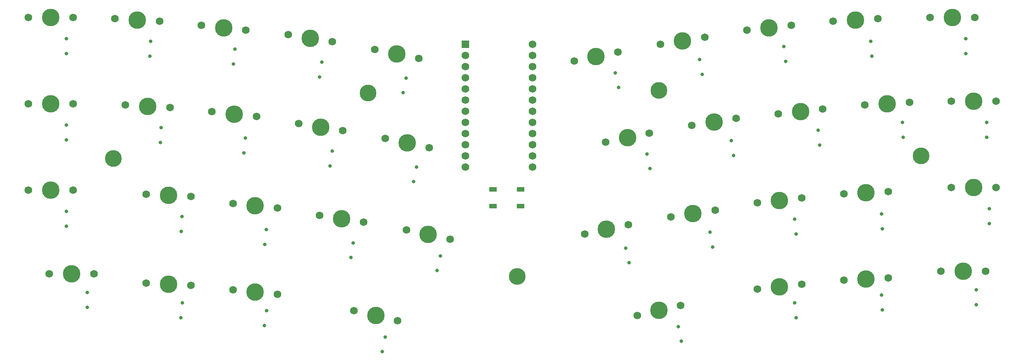
<source format=gbr>
%TF.GenerationSoftware,KiCad,Pcbnew,(6.0.4)*%
%TF.CreationDate,2022-10-11T12:11:31-07:00*%
%TF.ProjectId,tiddlywink,74696464-6c79-4776-996e-6b2e6b696361,rev?*%
%TF.SameCoordinates,Original*%
%TF.FileFunction,Soldermask,Top*%
%TF.FilePolarity,Negative*%
%FSLAX46Y46*%
G04 Gerber Fmt 4.6, Leading zero omitted, Abs format (unit mm)*
G04 Created by KiCad (PCBNEW (6.0.4)) date 2022-10-11 12:11:31*
%MOMM*%
%LPD*%
G01*
G04 APERTURE LIST*
%ADD10C,1.750000*%
%ADD11C,3.987800*%
%ADD12C,3.800000*%
%ADD13R,1.752600X1.752600*%
%ADD14C,1.752600*%
%ADD15C,0.800000*%
%ADD16R,1.700000X1.000000*%
G04 APERTURE END LIST*
D10*
%TO.C,MX30*%
X237807704Y-66079743D03*
D11*
X242887704Y-66079743D03*
D10*
X247967704Y-66079743D03*
%TD*%
%TO.C,MX13*%
X80061609Y-49941984D03*
D11*
X75009438Y-49410979D03*
D10*
X69957267Y-48879974D03*
%TD*%
%TO.C,MX24*%
X94399814Y-72428812D03*
D11*
X99417271Y-73223499D03*
D10*
X104434728Y-74018186D03*
%TD*%
D11*
%TO.C,MX18*%
X203597046Y-48815666D03*
D10*
X198544875Y-49346671D03*
X208649217Y-48284661D03*
%TD*%
%TO.C,MX10*%
X243205200Y-27384398D03*
D11*
X238125200Y-27384398D03*
D10*
X233045200Y-27384398D03*
%TD*%
%TO.C,MX29*%
X223552909Y-67004502D03*
D11*
X218479871Y-67270369D03*
D10*
X213406833Y-67536236D03*
%TD*%
%TO.C,MX8*%
X201505461Y-29234645D03*
X191401119Y-30296655D03*
D11*
X196453290Y-29765650D03*
%TD*%
D10*
%TO.C,MX6*%
X152193642Y-37370284D03*
D11*
X157162632Y-36314093D03*
D10*
X162131622Y-35257902D03*
%TD*%
%TO.C,MX27*%
X174171756Y-72827560D03*
X184206670Y-71238186D03*
D11*
X179189213Y-72032873D03*
%TD*%
D10*
%TO.C,MX31*%
X33020032Y-85725072D03*
D11*
X38100032Y-85725072D03*
D10*
X43180032Y-85725072D03*
%TD*%
D12*
%TO.C,REF\u002A\u002A*%
X230981444Y-58935987D03*
%TD*%
D11*
%TO.C,MX28*%
X198834542Y-69056308D03*
D10*
X193782371Y-69587313D03*
X203886713Y-68525303D03*
%TD*%
%TO.C,MX36*%
X193782371Y-89232642D03*
D11*
X198834542Y-88701637D03*
D10*
X203886713Y-88170632D03*
%TD*%
%TO.C,MX4*%
X87256058Y-31352215D03*
D11*
X92273515Y-32146902D03*
D10*
X97290972Y-32941589D03*
%TD*%
D11*
%TO.C,MX22*%
X60126613Y-67865682D03*
D10*
X65199651Y-68131549D03*
X55053575Y-67599815D03*
%TD*%
D11*
%TO.C,MX25*%
X119062600Y-76795377D03*
D10*
X114093610Y-75739186D03*
X124031590Y-77851568D03*
%TD*%
D11*
%TO.C,MX15*%
X114300096Y-55959422D03*
D10*
X109331106Y-54903231D03*
X119269086Y-57015613D03*
%TD*%
D11*
%TO.C,MX17*%
X183951717Y-51196918D03*
D10*
X178934260Y-51991605D03*
X188969174Y-50402231D03*
%TD*%
%TO.C,MX3*%
X77680357Y-30296655D03*
X67576015Y-29234645D03*
D11*
X72628186Y-29765650D03*
%TD*%
D10*
%TO.C,MX34*%
X102206540Y-94107329D03*
X112106140Y-96392831D03*
D11*
X107156340Y-95250080D03*
%TD*%
D13*
%TO.C,PM1*%
X127516051Y-33552638D03*
D14*
X127516051Y-36092638D03*
X127516051Y-38632638D03*
X127516051Y-41172638D03*
X127516051Y-43712638D03*
X127516051Y-46252638D03*
X127516051Y-48792638D03*
X127516051Y-51332638D03*
X127516051Y-53872638D03*
X127516051Y-56412638D03*
X127516051Y-58952638D03*
X127516051Y-61492638D03*
X142756051Y-61492638D03*
X142756051Y-58952638D03*
X142756051Y-56412638D03*
X142756051Y-53872638D03*
X142756051Y-51332638D03*
X142756051Y-48792638D03*
X142756051Y-46252638D03*
X142756051Y-43712638D03*
X142756051Y-41172638D03*
X142756051Y-38632638D03*
X142756051Y-36092638D03*
X142756051Y-33552638D03*
%TD*%
D10*
%TO.C,MX38*%
X235426452Y-85129759D03*
X245586452Y-85129759D03*
D11*
X240506452Y-85129759D03*
%TD*%
D12*
%TO.C,REF\u002A\u002A*%
X171450144Y-44053162D03*
%TD*%
D11*
%TO.C,MX7*%
X176807961Y-32742215D03*
D10*
X181825418Y-31947528D03*
X171790504Y-33536902D03*
%TD*%
%TO.C,MX32*%
X65199651Y-88372191D03*
X55053575Y-87840457D03*
D11*
X60126613Y-88106324D03*
%TD*%
D10*
%TO.C,MX19*%
X228315413Y-46763860D03*
D11*
X223242375Y-47029727D03*
D10*
X218169337Y-47295594D03*
%TD*%
%TO.C,MX9*%
X221171657Y-27713844D03*
D11*
X216098619Y-27979711D03*
D10*
X211025581Y-28245578D03*
%TD*%
%TO.C,MX35*%
X166500344Y-95202205D03*
D11*
X171450144Y-94059454D03*
D10*
X176399944Y-92916703D03*
%TD*%
%TO.C,MX20*%
X247967704Y-46434414D03*
D11*
X242887704Y-46434414D03*
D10*
X237807704Y-46434414D03*
%TD*%
%TO.C,MX23*%
X84824113Y-70777939D03*
D11*
X79771942Y-70246934D03*
D10*
X74719771Y-69715929D03*
%TD*%
%TO.C,MX33*%
X84824113Y-90423268D03*
D11*
X79771942Y-89892263D03*
D10*
X74719771Y-89361258D03*
%TD*%
D12*
%TO.C,REF\u002A\u002A*%
X139303242Y-86320385D03*
%TD*%
D10*
%TO.C,MX14*%
X89637310Y-51592857D03*
X99672224Y-53182231D03*
D11*
X94654767Y-52387544D03*
%TD*%
%TO.C,MX37*%
X218479871Y-86915698D03*
D10*
X213406833Y-87181565D03*
X223552909Y-86649831D03*
%TD*%
D11*
%TO.C,MX21*%
X33337528Y-66675056D03*
D10*
X28257528Y-66675056D03*
X38417528Y-66675056D03*
%TD*%
%TO.C,MX12*%
X60437147Y-47890907D03*
X50291071Y-47359173D03*
D11*
X55364109Y-47625040D03*
%TD*%
D10*
%TO.C,MX2*%
X47909819Y-27713844D03*
D11*
X52982857Y-27979711D03*
D10*
X58055895Y-28245578D03*
%TD*%
%TO.C,MX5*%
X116887834Y-36774971D03*
X106949854Y-34662589D03*
D11*
X111918844Y-35718780D03*
%TD*%
%TO.C,MX11*%
X33337528Y-47029727D03*
D10*
X38417528Y-47029727D03*
X28257528Y-47029727D03*
%TD*%
%TO.C,MX16*%
X159337398Y-55824987D03*
X169275378Y-53712605D03*
D11*
X164306388Y-54768796D03*
%TD*%
D12*
%TO.C,REF\u002A\u002A*%
X105370401Y-44648475D03*
%TD*%
D10*
%TO.C,MX1*%
X28257528Y-27384398D03*
D11*
X33337528Y-27384398D03*
D10*
X38417528Y-27384398D03*
%TD*%
%TO.C,MX26*%
X154574894Y-76660942D03*
X164512874Y-74548560D03*
D11*
X159543884Y-75604751D03*
%TD*%
D12*
%TO.C,REF\u002A\u002A*%
X47625040Y-59531300D03*
%TD*%
D15*
%TO.C,D17*%
X188384847Y-58829118D03*
X187852969Y-55470978D03*
%TD*%
%TO.C,D13*%
X77212992Y-58245422D03*
X77568388Y-54864048D03*
%TD*%
%TO.C,D14*%
X96770080Y-61210370D03*
X97301958Y-57852230D03*
%TD*%
%TO.C,D33*%
X81887255Y-97524463D03*
X82419133Y-94166323D03*
%TD*%
%TO.C,D3*%
X74831740Y-38004780D03*
X75187136Y-34623406D03*
%TD*%
%TO.C,D38*%
X243483017Y-92782889D03*
X243483017Y-89382889D03*
%TD*%
%TO.C,D9*%
X219759468Y-36225824D03*
X219581526Y-32830484D03*
%TD*%
%TO.C,D10*%
X241101765Y-35632841D03*
X241101765Y-32232841D03*
%TD*%
%TO.C,D31*%
X41671910Y-93378202D03*
X41671910Y-89978202D03*
%TD*%
%TO.C,D11*%
X36909406Y-55278170D03*
X36909406Y-51878170D03*
%TD*%
%TO.C,D15*%
X115732585Y-64766029D03*
X116439485Y-61440327D03*
%TD*%
%TO.C,D24*%
X101532584Y-82046325D03*
X102064462Y-78688185D03*
%TD*%
%TO.C,D37*%
X222140720Y-93971185D03*
X221962778Y-90575845D03*
%TD*%
D16*
%TO.C,RST1*%
X133771990Y-66560995D03*
X140071990Y-66560995D03*
X133771990Y-70360995D03*
X140071990Y-70360995D03*
%TD*%
D15*
%TO.C,D16*%
X169422342Y-61789464D03*
X168715442Y-58463762D03*
%TD*%
%TO.C,D12*%
X58251703Y-55871153D03*
X58429645Y-52475813D03*
%TD*%
%TO.C,D32*%
X62925480Y-95750141D03*
X63280876Y-92368767D03*
%TD*%
%TO.C,D18*%
X207941935Y-56459483D03*
X207586539Y-53078109D03*
%TD*%
%TO.C,D7*%
X181241091Y-40374415D03*
X180709213Y-37016275D03*
%TD*%
%TO.C,D29*%
X222140720Y-75516482D03*
X221962778Y-72121142D03*
%TD*%
%TO.C,D1*%
X36909406Y-35632841D03*
X36909406Y-32232841D03*
%TD*%
%TO.C,D20*%
X245864269Y-54682857D03*
X245864269Y-51282857D03*
%TD*%
%TO.C,D19*%
X226903224Y-54680527D03*
X226725282Y-51285187D03*
%TD*%
%TO.C,D28*%
X202584118Y-76700125D03*
X202228722Y-73318751D03*
%TD*%
%TO.C,D27*%
X183622343Y-79665073D03*
X183090465Y-76306933D03*
%TD*%
%TO.C,D8*%
X200202866Y-37409467D03*
X199847470Y-34028093D03*
%TD*%
%TO.C,D2*%
X55870451Y-36225824D03*
X56048393Y-32830484D03*
%TD*%
%TO.C,D26*%
X164659838Y-83220732D03*
X163952938Y-79895030D03*
%TD*%
%TO.C,D23*%
X81975496Y-79081377D03*
X82330892Y-75700003D03*
%TD*%
%TO.C,D6*%
X162278586Y-43334761D03*
X161571686Y-40009059D03*
%TD*%
%TO.C,D30*%
X246459582Y-74328186D03*
X246459582Y-70928186D03*
%TD*%
%TO.C,D25*%
X121090402Y-85006671D03*
X121797302Y-81680969D03*
%TD*%
%TO.C,D22*%
X63014207Y-76111795D03*
X63192149Y-72716455D03*
%TD*%
%TO.C,D36*%
X202584118Y-95750141D03*
X202228722Y-92368767D03*
%TD*%
%TO.C,D5*%
X113351333Y-44525387D03*
X114058233Y-41199685D03*
%TD*%
%TO.C,D35*%
X176566098Y-101080122D03*
X175859198Y-97754420D03*
%TD*%
%TO.C,D4*%
X94388828Y-40969728D03*
X94920706Y-37611588D03*
%TD*%
%TO.C,D34*%
X108588829Y-103461374D03*
X109295729Y-100135672D03*
%TD*%
%TO.C,D21*%
X36909406Y-74923499D03*
X36909406Y-71523499D03*
%TD*%
M02*

</source>
